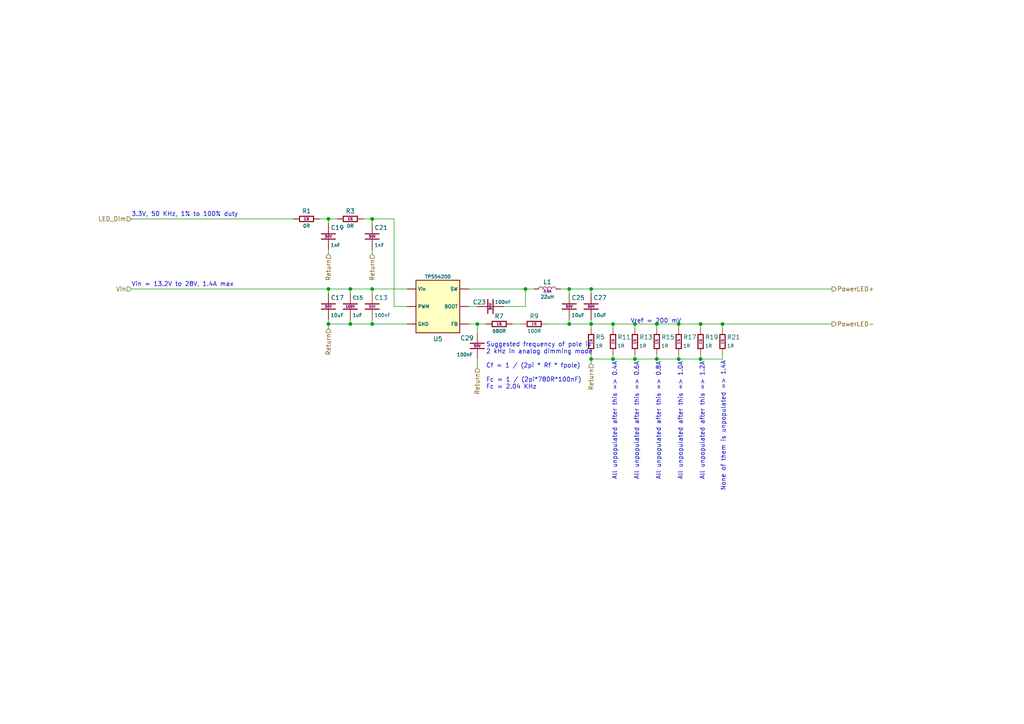
<source format=kicad_sch>
(kicad_sch (version 20231120) (generator "eeschema") (generator_version "8.0")
  (paper "A4")
  (lib_symbols
    (symbol "CoE_Capacitor:100nF" (pin_numbers hide) (pin_names (offset 0.254) hide)
      (property "Reference" "C" (at 0.635 2.54 0))
      (property "Value" "100nF" (at 0.635 -2.54 0))
      (property "Voltage" "50V" (at 0 0 0))
      (symbol "100nF_1_1"
        (polyline (pts (xy -2.032 -0.762) (xy 2.032 -0.762)) (stroke (width 0.3048)) (fill (type outline)))
        (polyline (pts (xy -2.032 0.762) (xy 2.032 0.762)) (stroke (width 0.3048)) (fill (type outline)))
        (pin passive line (at 0 3.81 270) (length 2.9972) (name "~") (number "1"))
        (pin passive line (at 0 -3.81 90) (length 2.9972) (name "~") (number "2"))
      )
    )
    (symbol "CoE_Capacitor:10uF" (pin_numbers hide) (pin_names (offset 0.254) hide)
      (property "Reference" "C" (at 0.635 2.54 0))
      (property "Value" "10uF" (at 0.635 -2.54 0))
      (property "Voltage" "50V" (at 0 0 0))
      (symbol "10uF_1_1"
        (polyline (pts (xy -2.032 -0.762) (xy 2.032 -0.762)) (stroke (width 0.3048)) (fill (type outline)))
        (polyline (pts (xy -2.032 0.762) (xy 2.032 0.762)) (stroke (width 0.3048)) (fill (type outline)))
        (pin passive line (at 0 3.81 270) (length 2.9972) (name "~") (number "1"))
        (pin passive line (at 0 -3.81 90) (length 2.9972) (name "~") (number "2"))
      )
    )
    (symbol "CoE_Capacitor:1nF" (pin_numbers hide) (pin_names (offset 0.254) hide)
      (property "Reference" "C" (at 0.635 2.54 0))
      (property "Value" "1nF" (at 0.635 -2.54 0))
      (property "Voltage" "50V" (at 0 0 0))
      (symbol "1nF_1_1"
        (polyline (pts (xy -2.032 -0.762) (xy 2.032 -0.762)) (stroke (width 0.3048)) (fill (type outline)))
        (polyline (pts (xy -2.032 0.762) (xy 2.032 0.762)) (stroke (width 0.3048)) (fill (type outline)))
        (pin passive line (at 0 3.81 270) (length 2.9972) (name "~") (number "1"))
        (pin passive line (at 0 -3.81 90) (length 2.9972) (name "~") (number "2"))
      )
    )
    (symbol "CoE_Capacitor:1uF-HV" (pin_numbers hide) (pin_names (offset 0.254) hide)
      (property "Reference" "C" (at 0.635 2.54 0))
      (property "Value" "1uF" (at 0.635 -2.54 0))
      (property "Voltage" "100V" (at 0 0 0))
      (symbol "1uF-HV_1_1"
        (polyline (pts (xy -2.032 -0.762) (xy 2.032 -0.762)) (stroke (width 0.3048)) (fill (type outline)))
        (polyline (pts (xy -2.032 0.762) (xy 2.032 0.762)) (stroke (width 0.3048)) (fill (type outline)))
        (pin passive line (at 0 3.81 270) (length 2.9972) (name "~") (number "1"))
        (pin passive line (at 0 -3.81 90) (length 2.9972) (name "~") (number "2"))
      )
    )
    (symbol "CoE_Inductor:22uH" (pin_numbers hide) (pin_names (offset 1.016) hide)
      (property "Reference" "L" (at 1.27 1.27 0))
      (property "Value" "22uH" (at 1.27 -1.27 0))
      (property "Saturation Current" "3.5A" (at -0.635 0 90))
      (symbol "22uH_0_1"
        (arc (start 0 -2.54) (mid 0.6323 -1.905) (end 0 -1.27))
        (arc (start 0 -1.27) (mid 0.6323 -0.635) (end 0 0))
        (arc (start 0 0) (mid 0.6323 0.635) (end 0 1.27))
        (arc (start 0 1.27) (mid 0.6323 1.905) (end 0 2.54))
      )
      (symbol "22uH_1_1"
        (pin passive line (at 0 3.81 270) (length 1.27) (name "1") (number "1"))
        (pin passive line (at 0 -3.81 90) (length 1.27) (name "2") (number "2"))
      )
    )
    (symbol "CoE_IntegratedCircuit:TPS54200" (pin_numbers hide)
      (property "Reference" "U" (at 0 -10.922 0))
      (property "Value" "TPS54200" (at 0 -8.89 0))
      (symbol "TPS54200_1_1"
        (rectangle (start -6.35 7.62) (end 6.35 -7.62) (stroke (width 0.254)) (fill (type background)))
        (pin power_in line (at -8.89 -5.08 0) (length 2.54) (name "GND") (number "1"))
        (pin output line (at 8.89 5.08 180) (length 2.54) (name "SW") (number "2"))
        (pin power_in line (at -8.89 5.08 0) (length 2.54) (name "Vin") (number "3"))
        (pin passive line (at 8.89 -5.08 180) (length 2.54) (name "FB") (number "4"))
        (pin input line (at -8.89 0 0) (length 2.54) (name "PWM") (number "5"))
        (pin passive line (at 8.89 0 180) (length 2.54) (name "BOOT") (number "6"))
      )
    )
    (symbol "CoE_Resistor:0R" (pin_numbers hide) (pin_names (offset 0.254) hide)
      (property "Reference" "R" (at 1.27 1.27 0))
      (property "Value" "0R" (at 1.27 -1.27 0))
      (property "Tolerance" "1%" (at 0 0 90))
      (symbol "0R_1_1"
        (polyline (pts (xy -0.762 -2.032) (xy -0.762 2.032)) (stroke (width 0.3048)) (fill (type outline)))
        (polyline (pts (xy 0.762 -2.032) (xy -0.762 -2.032)) (stroke (width 0.3048)) (fill (type outline)))
        (polyline (pts (xy 0.762 -2.032) (xy 0.762 2.032)) (stroke (width 0.3048)) (fill (type outline)))
        (polyline (pts (xy 0.762 2.032) (xy -0.762 2.032)) (stroke (width 0.3048)) (fill (type outline)))
        (pin passive line (at 0 3.81 270) (length 1.6002) (name "~") (number "1"))
        (pin passive line (at 0 -3.81 90) (length 1.6002) (name "~") (number "2"))
      )
    )
    (symbol "CoE_Resistor:100R" (pin_numbers hide) (pin_names (offset 0.254) hide)
      (property "Reference" "R" (at 1.27 1.27 0))
      (property "Value" "100R" (at 1.27 -1.27 0))
      (property "Tolerance" "1%" (at 0 0 90))
      (symbol "100R_1_1"
        (polyline (pts (xy -0.762 -2.032) (xy -0.762 2.032)) (stroke (width 0.3048)) (fill (type outline)))
        (polyline (pts (xy 0.762 -2.032) (xy -0.762 -2.032)) (stroke (width 0.3048)) (fill (type outline)))
        (polyline (pts (xy 0.762 -2.032) (xy 0.762 2.032)) (stroke (width 0.3048)) (fill (type outline)))
        (polyline (pts (xy 0.762 2.032) (xy -0.762 2.032)) (stroke (width 0.3048)) (fill (type outline)))
        (pin passive line (at 0 3.81 270) (length 1.6002) (name "~") (number "1"))
        (pin passive line (at 0 -3.81 90) (length 1.6002) (name "~") (number "2"))
      )
    )
    (symbol "CoE_Resistor:1R" (pin_numbers hide) (pin_names (offset 0.254) hide)
      (property "Reference" "R" (at 1.27 1.27 0))
      (property "Value" "1R" (at 1.27 -1.27 0))
      (property "Tolerance" "1%" (at 0 0 90))
      (symbol "1R_1_1"
        (polyline (pts (xy -0.762 -2.032) (xy -0.762 2.032)) (stroke (width 0.3048)) (fill (type outline)))
        (polyline (pts (xy 0.762 -2.032) (xy -0.762 -2.032)) (stroke (width 0.3048)) (fill (type outline)))
        (polyline (pts (xy 0.762 -2.032) (xy 0.762 2.032)) (stroke (width 0.3048)) (fill (type outline)))
        (polyline (pts (xy 0.762 2.032) (xy -0.762 2.032)) (stroke (width 0.3048)) (fill (type outline)))
        (pin passive line (at 0 3.81 270) (length 1.6002) (name "~") (number "1"))
        (pin passive line (at 0 -3.81 90) (length 1.6002) (name "~") (number "2"))
      )
    )
    (symbol "CoE_Resistor:680R" (pin_numbers hide) (pin_names (offset 0.254) hide)
      (property "Reference" "R" (at 1.27 1.27 0))
      (property "Value" "680R" (at 1.27 -1.27 0))
      (property "Tolerance" "1%" (at 0 0 90))
      (symbol "680R_1_1"
        (polyline (pts (xy -0.762 -2.032) (xy -0.762 2.032)) (stroke (width 0.3048)) (fill (type outline)))
        (polyline (pts (xy 0.762 -2.032) (xy -0.762 -2.032)) (stroke (width 0.3048)) (fill (type outline)))
        (polyline (pts (xy 0.762 -2.032) (xy 0.762 2.032)) (stroke (width 0.3048)) (fill (type outline)))
        (polyline (pts (xy 0.762 2.032) (xy -0.762 2.032)) (stroke (width 0.3048)) (fill (type outline)))
        (pin passive line (at 0 3.81 270) (length 1.6002) (name "~") (number "1"))
        (pin passive line (at 0 -3.81 90) (length 1.6002) (name "~") (number "2"))
      )
    )
  )
  (junction (at 196.85 104.14))
  (junction (at 184.15 104.14))
  (junction (at 107.95 83.82))
  (junction (at 95.25 83.82))
  (junction (at 203.2 104.14))
  (junction (at 95.25 63.5))
  (junction (at 190.5 104.14))
  (junction (at 177.8 104.14))
  (junction (at 101.6 93.98))
  (junction (at 171.45 104.14))
  (junction (at 152.4 83.82))
  (junction (at 209.55 93.98))
  (junction (at 190.5 93.98))
  (junction (at 101.6 83.82))
  (junction (at 107.95 63.5))
  (junction (at 165.1 83.82))
  (junction (at 138.43 93.98))
  (junction (at 95.25 93.98))
  (junction (at 177.8 93.98))
  (junction (at 184.15 93.98))
  (junction (at 165.1 93.98))
  (junction (at 203.2 93.98))
  (junction (at 171.45 93.98))
  (junction (at 196.85 93.98))
  (junction (at 171.45 83.82))
  (junction (at 107.95 93.98))
  (wire (pts (xy 190.5 93.98) (xy 190.5 95.25)))
  (wire (pts (xy 165.1 93.98) (xy 171.45 93.98)))
  (wire (pts (xy 101.6 93.98) (xy 101.6 92.71)))
  (wire (pts (xy 107.95 72.39) (xy 107.95 73.66)))
  (wire (pts (xy 171.45 104.14) (xy 177.8 104.14)))
  (wire (pts (xy 196.85 93.98) (xy 203.2 93.98)))
  (wire (pts (xy 107.95 93.98) (xy 101.6 93.98)))
  (wire (pts (xy 95.25 93.98) (xy 95.25 92.71)))
  (wire (pts (xy 196.85 102.87) (xy 196.85 104.14)))
  (wire (pts (xy 135.89 93.98) (xy 138.43 93.98)))
  (wire (pts (xy 196.85 93.98) (xy 196.85 95.25)))
  (wire (pts (xy 171.45 93.98) (xy 171.45 92.71)))
  (wire (pts (xy 165.1 92.71) (xy 165.1 93.98)))
  (wire (pts (xy 107.95 93.98) (xy 107.95 92.71)))
  (wire (pts (xy 95.25 63.5) (xy 95.25 64.77)))
  (wire (pts (xy 184.15 93.98) (xy 184.15 95.25)))
  (wire (pts (xy 177.8 102.87) (xy 177.8 104.14)))
  (wire (pts (xy 165.1 83.82) (xy 171.45 83.82)))
  (wire (pts (xy 138.43 93.98) (xy 140.97 93.98)))
  (wire (pts (xy 107.95 83.82) (xy 107.95 85.09)))
  (wire (pts (xy 105.41 63.5) (xy 107.95 63.5)))
  (wire (pts (xy 152.4 88.9) (xy 146.05 88.9)))
  (wire (pts (xy 95.25 63.5) (xy 97.79 63.5)))
  (wire (pts (xy 196.85 104.14) (xy 203.2 104.14)))
  (wire (pts (xy 171.45 102.87) (xy 171.45 104.14)))
  (wire (pts (xy 138.43 104.14) (xy 138.43 106.68)))
  (wire (pts (xy 135.89 83.82) (xy 152.4 83.82)))
  (wire (pts (xy 138.43 93.98) (xy 138.43 96.52)))
  (wire (pts (xy 209.55 104.14) (xy 209.55 102.87)))
  (wire (pts (xy 101.6 83.82) (xy 95.25 83.82)))
  (wire (pts (xy 184.15 102.87) (xy 184.15 104.14)))
  (wire (pts (xy 184.15 93.98) (xy 190.5 93.98)))
  (wire (pts (xy 114.3 88.9) (xy 114.3 63.5)))
  (wire (pts (xy 190.5 104.14) (xy 196.85 104.14)))
  (wire (pts (xy 148.59 93.98) (xy 151.13 93.98)))
  (wire (pts (xy 38.1 63.5) (xy 85.09 63.5)))
  (wire (pts (xy 152.4 83.82) (xy 154.94 83.82)))
  (wire (pts (xy 190.5 93.98) (xy 196.85 93.98)))
  (wire (pts (xy 38.1 83.82) (xy 95.25 83.82)))
  (wire (pts (xy 135.89 88.9) (xy 138.43 88.9)))
  (wire (pts (xy 177.8 93.98) (xy 171.45 93.98)))
  (wire (pts (xy 203.2 93.98) (xy 203.2 95.25)))
  (wire (pts (xy 95.25 72.39) (xy 95.25 73.66)))
  (wire (pts (xy 190.5 102.87) (xy 190.5 104.14)))
  (wire (pts (xy 118.11 88.9) (xy 114.3 88.9)))
  (wire (pts (xy 209.55 95.25) (xy 209.55 93.98)))
  (wire (pts (xy 107.95 83.82) (xy 101.6 83.82)))
  (wire (pts (xy 177.8 93.98) (xy 184.15 93.98)))
  (wire (pts (xy 203.2 102.87) (xy 203.2 104.14)))
  (wire (pts (xy 92.71 63.5) (xy 95.25 63.5)))
  (wire (pts (xy 162.56 83.82) (xy 165.1 83.82)))
  (wire (pts (xy 171.45 83.82) (xy 241.3 83.82)))
  (wire (pts (xy 118.11 83.82) (xy 107.95 83.82)))
  (wire (pts (xy 203.2 104.14) (xy 209.55 104.14)))
  (wire (pts (xy 152.4 83.82) (xy 152.4 88.9)))
  (wire (pts (xy 118.11 93.98) (xy 107.95 93.98)))
  (wire (pts (xy 165.1 83.82) (xy 165.1 85.09)))
  (wire (pts (xy 171.45 95.25) (xy 171.45 93.98)))
  (wire (pts (xy 184.15 104.14) (xy 190.5 104.14)))
  (wire (pts (xy 158.75 93.98) (xy 165.1 93.98)))
  (wire (pts (xy 177.8 95.25) (xy 177.8 93.98)))
  (wire (pts (xy 107.95 63.5) (xy 107.95 64.77)))
  (wire (pts (xy 209.55 93.98) (xy 241.3 93.98)))
  (wire (pts (xy 177.8 104.14) (xy 184.15 104.14)))
  (wire (pts (xy 171.45 83.82) (xy 171.45 85.09)))
  (wire (pts (xy 101.6 93.98) (xy 95.25 93.98)))
  (wire (pts (xy 101.6 83.82) (xy 101.6 85.09)))
  (wire (pts (xy 95.25 95.25) (xy 95.25 93.98)))
  (wire (pts (xy 171.45 104.14) (xy 171.45 105.41)))
  (wire (pts (xy 209.55 93.98) (xy 203.2 93.98)))
  (wire (pts (xy 95.25 83.82) (xy 95.25 85.09)))
  (wire (pts (xy 114.3 63.5) (xy 107.95 63.5)))
  (text "None of them is unpopulated => 1.4A" (at 209.804 104.648 90) (effects (font (size 1.27 1.27)) (justify right)))
  (text "Vin = 13.2V to 28V, 1.4A max" (at 38.1 82.55 0) (effects (font (size 1.27 1.27)) (justify left)))
  (text "All unpopulated after this => 0.6A" (at 184.658 104.902 90) (effects (font (size 1.27 1.27)) (justify right)))
  (text "All unpopulated after this => 1.2A" (at 203.708 104.902 90) (effects (font (size 1.27 1.27)) (justify right)))
  (text "3.3V, 50 KHz, 1% to 100% duty" (at 38.1 62.23 0) (effects (font (size 1.27 1.27)) (justify left)))
  (text "Vref = 200 mV" (at 190.246 93.218 0) (effects (font (size 1.27 1.27))))
  (text "All unpopulated after this => 1.0A" (at 197.358 104.902 90) (effects (font (size 1.27 1.27)) (justify right)))
  (text "All unpopulated after this => 0.4A" (at 178.308 104.902 90) (effects (font (size 1.27 1.27)) (justify right)))
  (text "All unpopulated after this => 0.8A" (at 191.008 104.902 90) (effects (font (size 1.27 1.27)) (justify right)))
  (text "Suggested frequency of pole is \n2 kHz in analog dimming mode\n\nCf = 1 / (2pi * Rf * fpole)\n\nFc = 1 / (2pi*780R*100nF)\nFc = 2.04 KHz" (at 140.97 106.172 0) (effects (font (size 1.27 1.27)) (justify left)))
  (hierarchical_label "Return" (shape input) (at 95.25 73.66 270))
  (hierarchical_label "LED_Dim" (shape input) (at 38.1 63.5 180))
  (hierarchical_label "Return" (shape input) (at 171.45 105.41 270))
  (hierarchical_label "PowerLED+" (shape output) (at 241.3 83.82 0))
  (hierarchical_label "Return" (shape input) (at 95.25 95.25 270))
  (hierarchical_label "PowerLED-" (shape output) (at 241.3 93.98 0))
  (hierarchical_label "Return" (shape input) (at 107.95 73.66 270))
  (hierarchical_label "Vin" (shape input) (at 38.1 83.82 180))
  (hierarchical_label "Return" (shape input) (at 138.43 106.68 270))
  (symbol (lib_id "CoE_Capacitor:10uF") (at 165.1 88.9 0) (unit 1)
    (property "Reference" "C25" (at 165.735 86.36 0) (effects (justify left)))
    (property "Value" "10uF" (at 165.735 91.44 0) (effects (font (size 0.9906 0.9906)) (justify left)))
    (property "Footprint" "CoF_Capacitor:C-0805" (effects (hide yes)))
    (property "Description" "50V 10uF X5R ±10% 0805 Multilayer Ceramic Capacitors MLCC - SMD/SMT ROHS " (effects (hide yes)))
    (property "Voltage" "50V" (at 165.1 88.9 0) (effects (font (size 0.7112 0.7112))))
    (property "MFR. Part #" "GRM21BR61H106KE43L" (effects (hide yes)))
    (property "JLCPCB Part #" "C440198" (effects (hide yes)))
    (instances (project "shelfDriver_v1.0" (path "" (reference "C25") (unit 1)) (path "" (reference "C26") (unit 1))))
  )
  (symbol (lib_id "CoE_Resistor:1R") (at 203.2 99.06 0) (unit 1)
    (property "Reference" "R19" (at 204.47 97.79 0) (effects (justify left)))
    (property "Value" "1R" (at 204.47 100.33 0) (effects (font (size 0.9906 0.9906)) (justify left)))
    (property "Footprint" "CoF_Resistor:R-0402" (effects (hide yes)))
    (property "Description" "±1% 1/16W Thick Film Resistors 50V ±200ppm/℃ -55℃~+155℃ 1Ω 0402 Chip Resistor - Surface Mount ROHS" (effects (hide yes)))
    (property "Tolerance" "1%" (at 203.2 99.06 90) (effects (font (size 0.7112 0.7112))))
    (property "MFR. Part #" "0402WGF100KTCE" (effects (hide yes)))
    (property "JLCPCB Part #" "C25086" (effects (hide yes)))
    (instances (project "shelfDriver_v1.0" (path "" (reference "R19") (unit 1)) (path "" (reference "R20") (unit 1))))
  )
  (symbol (lib_id "CoE_Inductor:22uH") (at 158.75 83.82 90) (unit 1)
    (property "Reference" "L1" (at 158.75 81.788 90))
    (property "Value" "22uH" (at 158.75 86.106 90) (effects (font (size 0.9906 0.9906))))
    (property "Footprint" "CoF_Inductor:L-7.1-6.6" (effects (hide yes)))
    (property "Datasheet" "https://datasheet.lcsc.com/lcsc/2108131530_SXN-Shun-Xiang-Nuo-Elec-SMMS0630-220M_C128694.pdf" (effects (hide yes)))
    (property "Description" "22uH ±20% SMD,7.3x6.6x3mm Power Inductors ROHS" (effects (hide yes)))
    (property "Saturation Current" "3.5A" (at 158.75 84.455 90) (effects (font (size 0.7112 0.7112))))
    (property "MFR. Part #" "SMMS0630-220M" (effects (hide yes)))
    (property "JLCPCB Part #" "C128694" (effects (hide yes)))
    (instances (project "shelfDriver_v1.0" (path "" (reference "L1") (unit 1)) (path "" (reference "L2") (unit 1))))
  )
  (symbol (lib_id "CoE_Resistor:100R") (at 154.94 93.98 90) (unit 1)
    (property "Reference" "R9" (at 154.94 91.694 90))
    (property "Value" "100R" (at 154.94 96.012 90) (effects (font (size 0.9906 0.9906))))
    (property "Footprint" "CoF_Resistor:R-0402" (effects (hide yes)))
    (property "Description" "±1% 1/16W Thick Film Resistors 50V ±200ppm/℃ -55℃~+155℃ 100Ω 0402 Chip Resistor - Surface Mount ROHS" (effects (hide yes)))
    (property "Tolerance" "1%" (at 154.94 93.98 90) (effects (font (size 0.7112 0.7112))))
    (property "MFR. Part #" "0402WGF1000TCE" (effects (hide yes)))
    (property "JLCPCB Part #" "C25076" (effects (hide yes)))
    (instances (project "shelfDriver_v1.0" (path "" (reference "R9") (unit 1)) (path "" (reference "R10") (unit 1))))
  )
  (symbol (lib_id "CoE_Capacitor:1nF") (at 107.95 68.58 0) (unit 1)
    (property "Reference" "C21" (at 108.585 66.04 0) (effects (justify left)))
    (property "Value" "1nF" (at 108.585 71.12 0) (effects (font (size 0.9906 0.9906)) (justify left)))
    (property "Footprint" "CoF_Capacitor:C-0402" (effects (hide yes)))
    (property "Description" "50V 1nF X7R ±10% 0402 Multilayer Ceramic Capacitors MLCC - SMD/SMT ROHS" (effects (hide yes)))
    (property "Voltage" "50V" (at 107.95 68.58 0) (effects (font (size 0.7112 0.7112))))
    (property "MFR. Part #" "0402B102K500NT" (effects (hide yes)))
    (property "JLCPCB Part #" "C1523" (effects (hide yes)))
    (instances (project "shelfDriver_v1.0" (path "" (reference "C21") (unit 1)) (path "" (reference "C22") (unit 1))))
  )
  (symbol (lib_id "CoE_Capacitor:1uF-HV") (at 101.6 88.9 0) (unit 1)
    (property "Reference" "C15" (at 102.235 86.36 0) (effects (font (size 1 1)) (justify left)))
    (property "Value" "1uF" (at 102.235 91.44 0) (effects (font (size 0.9906 0.9906)) (justify left)))
    (property "Footprint" "CoF_Capacitor:C-1206" (effects (hide yes)))
    (property "Description" "100V 1uF X7R ±20% 1206  Multilayer Ceramic Capacitors MLCC - SMD/SMT ROHS" (effects (hide yes)))
    (property "Voltage" "100V" (at 101.6 88.9 0) (effects (font (size 0.7112 0.7112))))
    (property "MFR. Part #" "NC1206B105M101CEGN" (effects (hide yes)))
    (property "JLCPCB Part #" "C2961023" (effects (hide yes)))
    (instances (project "shelfDriver_v1.0" (path "" (reference "C15") (unit 1)) (path "" (reference "C16") (unit 1))))
  )
  (symbol (lib_id "CoE_Capacitor:100nF") (at 138.43 100.33 0) (unit 1)
    (property "Reference" "C29" (at 137.414 98.044 0) (effects (justify right)))
    (property "Value" "100nF" (at 137.16 102.87 0) (effects (font (size 0.9906 0.9906)) (justify right)))
    (property "Footprint" "CoF_Capacitor:C-0402" (effects (hide yes)))
    (property "Description" "50V 100nF X7R ±10% 0402 Multilayer Ceramic Capacitors MLCC - SMD/SMT ROHS" (effects (hide yes)))
    (property "Voltage" "50V" (at 138.43 100.33 0) (effects (font (size 0.7112 0.7112))))
    (property "MFR. Part #" "CL05B104KB54PNC" (effects (hide yes)))
    (property "JLCPCB Part #" "C307331" (effects (hide yes)))
    (instances (project "shelfDriver_v1.0" (path "" (reference "C29") (unit 1)) (path "" (reference "C30") (unit 1))))
  )
  (symbol (lib_id "CoE_Resistor:1R") (at 184.15 99.06 0) (unit 1)
    (property "Reference" "R13" (at 185.42 97.79 0) (effects (justify left)))
    (property "Value" "1R" (at 185.42 100.33 0) (effects (font (size 0.9906 0.9906)) (justify left)))
    (property "Footprint" "CoF_Resistor:R-0402" (effects (hide yes)))
    (property "Description" "±1% 1/16W Thick Film Resistors 50V ±200ppm/℃ -55℃~+155℃ 1Ω 0402 Chip Resistor - Surface Mount ROHS" (effects (hide yes)))
    (property "Tolerance" "1%" (at 184.15 99.06 90) (effects (font (size 0.7112 0.7112))))
    (property "MFR. Part #" "0402WGF100KTCE" (effects (hide yes)))
    (property "JLCPCB Part #" "C25086" (effects (hide yes)))
    (instances (project "shelfDriver_v1.0" (path "" (reference "R13") (unit 1)) (path "" (reference "R14") (unit 1))))
  )
  (symbol (lib_id "CoE_Resistor:680R") (at 144.78 93.98 90) (unit 1)
    (property "Reference" "R7" (at 144.78 91.694 90))
    (property "Value" "680R" (at 144.78 96.012 90) (effects (font (size 0.9906 0.9906))))
    (property "Footprint" "CoF_Resistor:R-0402" (effects (hide yes)))
    (property "Description" "±1% 1/16W Thick Film Resistors 50V ±100ppm/℃ -55℃~+155℃ 680Ω 0402 Chip Resistor - Surface Mount ROHS" (effects (hide yes)))
    (property "Tolerance" "1%" (at 144.78 93.98 90) (effects (font (size 0.7112 0.7112))))
    (property "MFR. Part #" "0402WGF6800TCE" (effects (hide yes)))
    (property "JLCPCB Part #" "C25130" (effects (hide yes)))
    (instances (project "shelfDriver_v1.0" (path "" (reference "R7") (unit 1)) (path "" (reference "R8") (unit 1))))
  )
  (symbol (lib_id "CoE_Capacitor:100nF") (at 107.95 88.9 0) (unit 1)
    (property "Reference" "C13" (at 108.585 86.36 0) (effects (justify left)))
    (property "Value" "100nF" (at 108.585 91.44 0) (effects (font (size 0.9906 0.9906)) (justify left)))
    (property "Footprint" "CoF_Capacitor:C-0402" (effects (hide yes)))
    (property "Description" "50V 100nF X7R ±10% 0402 Multilayer Ceramic Capacitors MLCC - SMD/SMT ROHS" (effects (hide yes)))
    (property "Voltage" "50V" (at 107.95 88.9 0) (effects (font (size 0.7112 0.7112))))
    (property "MFR. Part #" "CL05B104KB54PNC" (effects (hide yes)))
    (property "JLCPCB Part #" "C307331" (effects (hide yes)))
    (instances (project "shelfDriver_v1.0" (path "" (reference "C13") (unit 1)) (path "" (reference "C14") (unit 1))))
  )
  (symbol (lib_id "CoE_Capacitor:1nF") (at 95.25 68.58 0) (unit 1)
    (property "Reference" "C19" (at 95.885 66.04 0) (effects (justify left)))
    (property "Value" "1nF" (at 95.885 71.12 0) (effects (font (size 0.9906 0.9906)) (justify left)))
    (property "Footprint" "CoF_Capacitor:C-0402" (effects (hide yes)))
    (property "Description" "50V 1nF X7R ±10% 0402 Multilayer Ceramic Capacitors MLCC - SMD/SMT ROHS" (effects (hide yes)))
    (property "Voltage" "50V" (at 95.25 68.58 0) (effects (font (size 0.7112 0.7112))))
    (property "MFR. Part #" "0402B102K500NT" (effects (hide yes)))
    (property "JLCPCB Part #" "C1523" (effects (hide yes)))
    (instances (project "shelfDriver_v1.0" (path "" (reference "C19") (unit 1)) (path "" (reference "C20") (unit 1))))
  )
  (symbol (lib_id "CoE_Resistor:1R") (at 209.55 99.06 0) (unit 1)
    (property "Reference" "R21" (at 210.82 97.79 0) (effects (justify left)))
    (property "Value" "1R" (at 210.82 100.33 0) (effects (font (size 0.9906 0.9906)) (justify left)))
    (property "Footprint" "CoF_Resistor:R-0402" (effects (hide yes)))
    (property "Description" "±1% 1/16W Thick Film Resistors 50V ±200ppm/℃ -55℃~+155℃ 1Ω 0402 Chip Resistor - Surface Mount ROHS" (effects (hide yes)))
    (property "Tolerance" "1%" (at 209.55 99.06 90) (effects (font (size 0.7112 0.7112))))
    (property "MFR. Part #" "0402WGF100KTCE" (effects (hide yes)))
    (property "JLCPCB Part #" "C25086" (effects (hide yes)))
    (instances (project "shelfDriver_v1.0" (path "" (reference "R21") (unit 1)) (path "" (reference "R22") (unit 1))))
  )
  (symbol (lib_id "CoE_Resistor:1R") (at 171.45 99.06 0) (unit 1)
    (property "Reference" "R5" (at 172.72 97.79 0) (effects (justify left)))
    (property "Value" "1R" (at 172.72 100.33 0) (effects (font (size 0.9906 0.9906)) (justify left)))
    (property "Footprint" "CoF_Resistor:R-0402" (effects (hide yes)))
    (property "Description" "±1% 1/16W Thick Film Resistors 50V ±200ppm/℃ -55℃~+155℃ 1Ω 0402 Chip Resistor - Surface Mount ROHS" (effects (hide yes)))
    (property "Tolerance" "1%" (at 171.45 99.06 90) (effects (font (size 0.7112 0.7112))))
    (property "MFR. Part #" "0402WGF100KTCE" (effects (hide yes)))
    (property "JLCPCB Part #" "C25086" (effects (hide yes)))
    (instances (project "shelfDriver_v1.0" (path "" (reference "R5") (unit 1)) (path "" (reference "R6") (unit 1))))
  )
  (symbol (lib_id "CoE_Resistor:1R") (at 177.8 99.06 0) (unit 1)
    (property "Reference" "R11" (at 179.07 97.79 0) (effects (justify left)))
    (property "Value" "1R" (at 179.07 100.33 0) (effects (font (size 0.9906 0.9906)) (justify left)))
    (property "Footprint" "CoF_Resistor:R-0402" (effects (hide yes)))
    (property "Description" "±1% 1/16W Thick Film Resistors 50V ±200ppm/℃ -55℃~+155℃ 1Ω 0402 Chip Resistor - Surface Mount ROHS" (effects (hide yes)))
    (property "Tolerance" "1%" (at 177.8 99.06 90) (effects (font (size 0.7112 0.7112))))
    (property "MFR. Part #" "0402WGF100KTCE" (effects (hide yes)))
    (property "JLCPCB Part #" "C25086" (effects (hide yes)))
    (instances (project "shelfDriver_v1.0" (path "" (reference "R11") (unit 1)) (path "" (reference "R12") (unit 1))))
  )
  (symbol (lib_id "CoE_Capacitor:100nF") (at 142.24 88.9 90) (unit 1)
    (property "Reference" "C23" (at 140.97 87.63 90) (effects (justify left)))
    (property "Value" "100nF" (at 143.51 87.63 90) (effects (font (size 0.9906 0.9906)) (justify right)))
    (property "Footprint" "CoF_Capacitor:C-0402" (effects (hide yes)))
    (property "Description" "50V 100nF X7R ±10% 0402 Multilayer Ceramic Capacitors MLCC - SMD/SMT ROHS" (effects (hide yes)))
    (property "Voltage" "50V" (at 142.24 88.9 0) (effects (font (size 0.7112 0.7112))))
    (property "MFR. Part #" "CL05B104KB54PNC" (effects (hide yes)))
    (property "JLCPCB Part #" "C307331" (effects (hide yes)))
    (instances (project "shelfDriver_v1.0" (path "" (reference "C23") (unit 1)) (path "" (reference "C24") (unit 1))))
  )
  (symbol (lib_id "CoE_Capacitor:10uF") (at 171.45 88.9 0) (unit 1)
    (property "Reference" "C27" (at 172.085 86.36 0) (effects (justify left)))
    (property "Value" "10uF" (at 172.085 91.44 0) (effects (font (size 0.9906 0.9906)) (justify left)))
    (property "Footprint" "CoF_Capacitor:C-0805" (effects (hide yes)))
    (property "Description" "50V 10uF X5R ±10% 0805 Multilayer Ceramic Capacitors MLCC - SMD/SMT ROHS " (effects (hide yes)))
    (property "Voltage" "50V" (at 171.45 88.9 0) (effects (font (size 0.7112 0.7112))))
    (property "MFR. Part #" "GRM21BR61H106KE43L" (effects (hide yes)))
    (property "JLCPCB Part #" "C440198" (effects (hide yes)))
    (instances (project "shelfDriver_v1.0" (path "" (reference "C27") (unit 1)) (path "" (reference "C28") (unit 1))))
  )
  (symbol (lib_id "CoE_Resistor:1R") (at 196.85 99.06 0) (unit 1)
    (property "Reference" "R17" (at 198.12 97.79 0) (effects (justify left)))
    (property "Value" "1R" (at 198.12 100.33 0) (effects (font (size 0.9906 0.9906)) (justify left)))
    (property "Footprint" "CoF_Resistor:R-0402" (effects (hide yes)))
    (property "Description" "±1% 1/16W Thick Film Resistors 50V ±200ppm/℃ -55℃~+155℃ 1Ω 0402 Chip Resistor - Surface Mount ROHS" (effects (hide yes)))
    (property "Tolerance" "1%" (at 196.85 99.06 90) (effects (font (size 0.7112 0.7112))))
    (property "MFR. Part #" "0402WGF100KTCE" (effects (hide yes)))
    (property "JLCPCB Part #" "C25086" (effects (hide yes)))
    (instances (project "shelfDriver_v1.0" (path "" (reference "R17") (unit 1)) (path "" (reference "R18") (unit 1))))
  )
  (symbol (lib_id "CoE_Capacitor:10uF") (at 95.25 88.9 0) (unit 1)
    (property "Reference" "C17" (at 95.885 86.36 0) (effects (justify left)))
    (property "Value" "10uF" (at 95.885 91.44 0) (effects (font (size 0.9906 0.9906)) (justify left)))
    (property "Footprint" "CoF_Capacitor:C-0805" (effects (hide yes)))
    (property "Description" "50V 10uF X5R ±10% 0805 Multilayer Ceramic Capacitors MLCC - SMD/SMT ROHS " (effects (hide yes)))
    (property "Voltage" "50V" (at 95.25 88.9 0) (effects (font (size 0.7112 0.7112))))
    (property "MFR. Part #" "GRM21BR61H106KE43L" (effects (hide yes)))
    (property "JLCPCB Part #" "C440198" (effects (hide yes)))
    (instances (project "shelfDriver_v1.0" (path "" (reference "C17") (unit 1)) (path "" (reference "C18") (unit 1))))
  )
  (symbol (lib_id "CoE_Resistor:1R") (at 190.5 99.06 0) (unit 1)
    (property "Reference" "R15" (at 191.77 97.79 0) (effects (justify left)))
    (property "Value" "1R" (at 191.77 100.33 0) (effects (font (size 0.9906 0.9906)) (justify left)))
    (property "Footprint" "CoF_Resistor:R-0402" (effects (hide yes)))
    (property "Description" "±1% 1/16W Thick Film Resistors 50V ±200ppm/℃ -55℃~+155℃ 1Ω 0402 Chip Resistor - Surface Mount ROHS" (effects (hide yes)))
    (property "Tolerance" "1%" (at 190.5 99.06 90) (effects (font (size 0.7112 0.7112))))
    (property "MFR. Part #" "0402WGF100KTCE" (effects (hide yes)))
    (property "JLCPCB Part #" "C25086" (effects (hide yes)))
    (instances (project "shelfDriver_v1.0" (path "" (reference "R15") (unit 1)) (path "" (reference "R16") (unit 1))))
  )
  (symbol (lib_id "CoE_Resistor:0R") (at 88.9 63.5 90) (unit 1)
    (property "Reference" "R1" (at 88.9 61.214 90))
    (property "Value" "0R" (at 88.9 65.532 90) (effects (font (size 0.9906 0.9906))))
    (property "Footprint" "CoF_Resistor:R-0402" (effects (hide yes)))
    (property "Description" "±1% 1/16W Thick Film Resistors 50V ±800ppm/℃ -55℃~+155℃ 0Ω 0402 Chip Resistor - Surface Mount ROHS" (effects (hide yes)))
    (property "Tolerance" "1%" (at 88.9 63.5 90) (effects (font (size 0.7112 0.7112))))
    (property "MFR. Part #" "0402WGF0000TCE" (effects (hide yes)))
    (property "JLCPCB Part #" "C17168" (effects (hide yes)))
    (instances (project "shelfDriver_v1.0" (path "" (reference "R1") (unit 1)) (path "" (reference "R2") (unit 1))))
  )
  (symbol (lib_id "CoE_Resistor:0R") (at 101.6 63.5 90) (unit 1)
    (property "Reference" "R3" (at 101.6 61.214 90))
    (property "Value" "0R" (at 101.6 65.532 90) (effects (font (size 0.9906 0.9906))))
    (property "Footprint" "CoF_Resistor:R-0402" (effects (hide yes)))
    (property "Description" "±1% 1/16W Thick Film Resistors 50V ±800ppm/℃ -55℃~+155℃ 0Ω 0402 Chip Resistor - Surface Mount ROHS" (effects (hide yes)))
    (property "Tolerance" "1%" (at 101.6 63.5 90) (effects (font (size 0.7112 0.7112))))
    (property "MFR. Part #" "0402WGF0000TCE" (effects (hide yes)))
    (property "JLCPCB Part #" "C17168" (effects (hide yes)))
    (instances (project "shelfDriver_v1.0" (path "" (reference "R3") (unit 1)) (path "" (reference "R4") (unit 1))))
  )
  (symbol (lib_id "CoE_IntegratedCircuit:TPS54200") (at 127 88.9 0) (unit 1)
    (property "Reference" "U5" (at 127 98.298 0))
    (property "Value" "TPS54200" (at 127 80.264 0) (effects (font (size 0.9906 0.9906))))
    (property "Footprint" "CoF_SmallOutline:SOT-23-6" (effects (hide yes)))
    (property "Datasheet" "https://wmsc.lcsc.com/wmsc/upload/file/pdf/v2/lcsc/1809051024_Texas-Instruments-TPS54200DDCR_C177139.pdf" (effects (hide yes)))
    (property "Description" "28-V, 1.5-A Buck LED Driver" (effects (hide yes)))
    (property "MFR. Part #" "TPS54200DDCR" (effects (hide yes)))
    (property "JLCPCB Part #" "C177139" (effects (hide yes)))
    (instances (project "shelfDriver_v1.0" (path "" (reference "U5") (unit 1)) (path "" (reference "U6") (unit 1))))
  )
)
</source>
